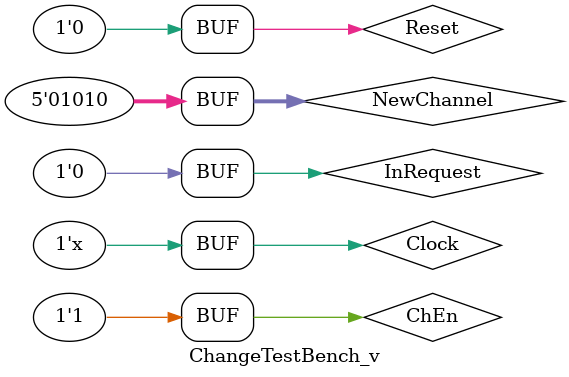
<source format=v>
`timescale		1 ns/1 ps		// Display things in ns, compute them in ps
`define HalfCycle	18.518			// Half of the clock cycle time in nanoseconds
`define Cycle		(`HalfCycle * 2)	// Didn't you learn to multiply?
`define ActiveCycles	65536			// Change this to hold the buttons down for longer!

////////////////////////////////////////////////////////////////////////////////
// Company: 
// Engineer:
//
// Create Date:   17:31:06 10/29/2006
// Design Name:   ChangeChannelFSM
// Module Name:   U:/Checkpoint3/Checkpoint3/ChangeTestBench.v
// Project Name:  Checkpoint3
// Target Device:  
// Tool versions:  
// Description: 
//
// Verilog Test Fixture created by ISE for module: ChangeChannelFSM
//
// Dependencies:
// 
// Revision:
// Revision 0.01 - File Created
// Additional Comments:
// 
////////////////////////////////////////////////////////////////////////////////

module ChangeTestBench_v;

	// Inputs
	reg Clock;
	reg Reset;
	reg ChEn;
	reg InRequest;
	reg [4:0] NewChannel;

	// Outputs
	wire [7:0] Command;
	wire ChangeDone;
	wire [2:0] CurState;
	wire InValid;
	
	//---------------------------------------------------------------
	//	Clock Source
	//		This section will generate a clock signal,
	//		turning it on and off according the HalfCycle
	//		time, in this case it will generate a 27MHz clock
	//		THIS COULD NEVER BE SYNTHESIZED
	//---------------------------------------------------------------
	initial Clock =		1'b1;		// We need to start at 1'b0, otherwise clock will always be 1'bx
	always #(`HalfCycle) Clock =	~Clock;	// Every half clock cycle, invert the clock
	//---------------------------------------------------------------
	
	// Instantiate the Unit Under Test (UUT)
	ChangeChannelFSM uut (
		.Clock(Clock), 
		.Reset(Reset), 
		.ChEn(ChEn), 
		.InRequest(InRequest),
		.InValid(InValid),
		.NewChannel(NewChannel), 
		.Command(Command), 
		.ChangeDone(ChangeDone), 
		.CurState(CurState)
	);

	initial begin
		// Initialize Inputs

		Reset = 1'b1;
		ChEn = 1'b0;
		InRequest = 1'b0;
		NewChannel = 4'hA;
		
		#(`Cycle*2);
		
		Reset = 1'b0;
		ChEn = 1'b1;
		
		#(`Cycle);
		InRequest = 1'b1;
		
		#(`Cycle*10);
		InRequest = 1'b0;

	end
      
endmodule


</source>
